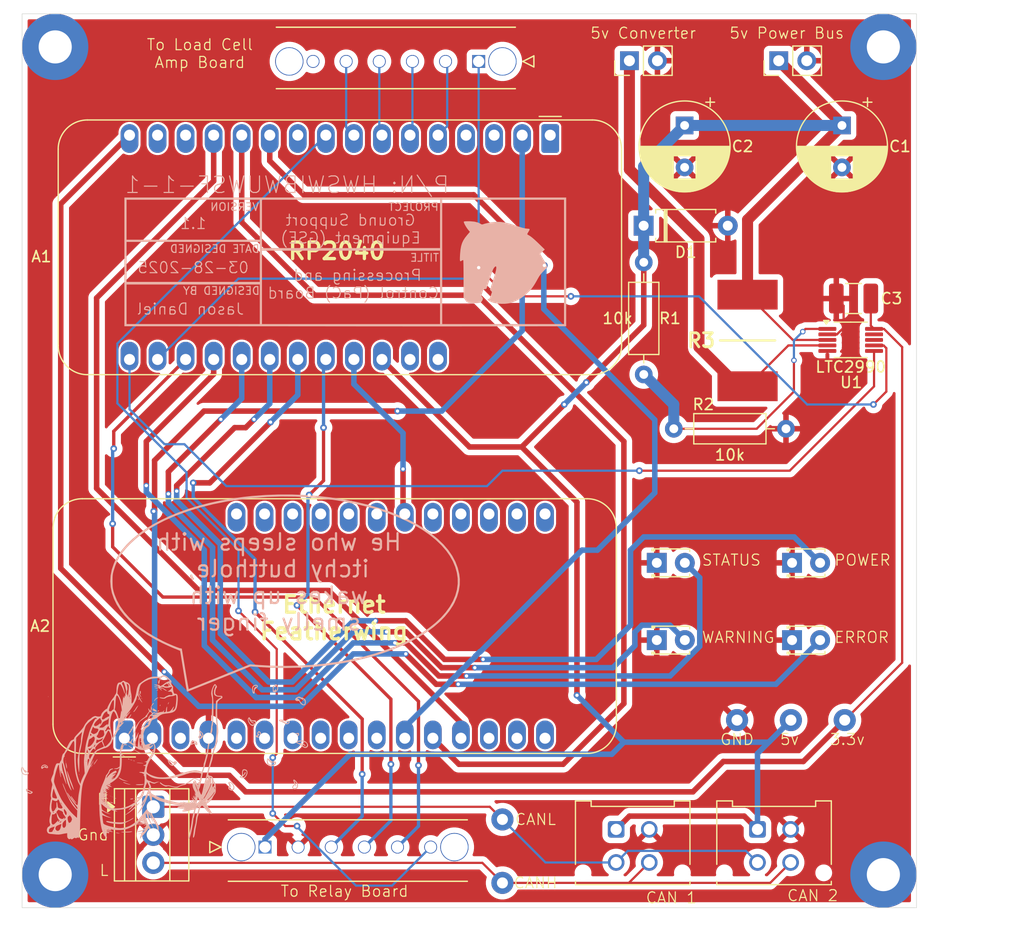
<source format=kicad_pcb>
(kicad_pcb (version 20241229) (generator "pcbnew") (generator_version "9.0")
  (layers (0 "F.Cu" signal) (2 "B.Cu" signal) (13 "F.Paste" user) (15 "B.Paste" user) (5 "F.SilkS" user "F.Silkscreen") (7 "B.SilkS" user "B.Silkscreen") (1 "F.Mask" user) (3 "B.Mask" user) (25 "Edge.Cuts" user))
  (net 0 "")
  (net 1 "Net-(A1-D5)")
  (net 2 "Net-(A1-D9)")
  (net 3 "Net-(A1-D11)")
  (net 6 "Net-(A1-A1)")
  (net 7 "Net-(A1-D24)")
  (net 9 "Net-(A1-3V3)")
  (net 11 "Net-(A1-D13)")
  (net 12 "Net-(A1-A0)")
  (net 13 "Net-(A1-SCL)")
  (net 14 "Net-(A1-SDA)")
  (net 16 "Net-(A1-D4)")
  (net 17 "Net-(A1-D10)")
  (net 19 "Net-(A1-MOSI)")
  (net 20 "Net-(A1-A2)")
  (net 21 "Net-(A1-MISO)")
  (net 22 "Net-(A1-SCK)")
  (net 23 "Net-(A1-D12)")
  (net 24 "Net-(A1-A3)")
  (net 26 "Net-(A1-D6)")
  (net 46 "GND")
  (net 51 "Net-(A1-CANH)")
  (net 52 "Net-(A1-CANL)")
  (net 53 "5v")
  (net 54 "Net-(U1-V1)")
  (net 58 "5v in")
  (footprint "Package_SO:MSOP-10_3x3mm_P0.5mm" (layer "F.Cu") (at 195.5425 77.55)
    (property "Reference" "U1")
    (property "Value" "LTC2990")
  )
  (footprint "Module:Adafruit_Feather" (layer "F.Cu") (at 129.76 113.64 90)
    (property "Reference" "A2")
    (property "Value" "Adafruit_Featherwing_Ethernet")
  )
  (footprint "Connector_Molex:Molex_Micro-Fit_3.0_43650-0619_1x06_P3.00mm_Vertical" (layer "F.Cu") (at 161.85 52.315)
    (property "Reference" "J4" (hide yes))
    (property "Value" "Conn_01x06" (hide yes))
  )
  (footprint "Footprint Fetish:OD_2 ID_1 Circ THT Wire Solder Point" (layer "F.Cu") (at 164 121)
    (property "Reference" "J9" (hide yes))
    (property "Value" "Conn_01x01_Socket" (hide yes))
  )
  (footprint "Connector_PinHeader_2.54mm:PinHeader_1x02_P2.54mm_Vertical" (layer "F.Cu") (at 175.5 52.25 90)
    (property "Reference" "J14" (hide yes))
    (property "Value" "Conn_01x02" (hide yes))
  )
  (footprint "=Custom Holes:M3 Plated Screwhole" (layer "F.Cu") (at 198.5 51)
    (property "Reference" "J13" (hide yes))
    (property "Value" "Conn_01x01_Socket" (hide yes))
  )
  (footprint "Footprint Fetish:OD_2 ID_1 Circ THT Wire Solder Point" (layer "F.Cu") (at 190.125 112)
    (property "Reference" "J5" (hide yes))
    (property "Value" "Conn_01x01_Socket" (hide yes))
  )
  (footprint "=Current Sense Resistors:RESC10052X50N" (layer "F.Cu") (at 186.2 77.6 90)
    (property "Reference" "R3")
    (property "Value" "1m" (hide yes))
  )
  (footprint "LED_THT:LED_D1.8mm_W3.3mm_H2.4mm" (layer "F.Cu") (at 190.23 104.75)
    (property "Reference" "D6" (hide yes))
    (property "Value" "LED")
  )
  (footprint "LED_THT:LED_D1.8mm_W3.3mm_H2.4mm" (layer "F.Cu") (at 190.23 97.75)
    (property "Reference" "D5" (hide yes))
    (property "Value" "LED")
  )
  (footprint "Module:Adafruit_Feather" (layer "F.Cu") (at 168.33 59 -90)
    (property "Reference" "A1")
    (property "Value" "Adafruit_Feather_RP2040_CANBUS")
  )
  (footprint "=Custom Holes:M3 Plated Screwhole" (layer "F.Cu") (at 123.5 126)
    (property "Reference" "J16" (hide yes))
    (property "Value" "Conn_01x01_Socket" (hide yes))
  )
  (footprint "Resistor_THT:R_Axial_DIN0207_L6.3mm_D2.5mm_P10.16mm_Horizontal" (layer "F.Cu") (at 176.8 70.52 -90)
    (property "Reference" "R1")
    (property "Value" "10k")
  )
  (footprint "Resistor_THT:R_Axial_DIN0207_L6.3mm_D2.5mm_P10.16mm_Horizontal" (layer "F.Cu") (at 179.52 85.6)
    (property "Reference" "R2")
    (property "Value" "10k")
  )
  (footprint "Capacitor_THT:CP_Radial_D8.0mm_P3.80mm" (layer "F.Cu") (at 194.75 58.117349 -90)
    (property "Reference" "C1")
    (property "Value" "680uF")
  )
  (footprint "LED_THT:LED_D1.8mm_W3.3mm_H2.4mm" (layer "F.Cu") (at 177.98 104.75)
    (property "Reference" "D4" (hide yes))
    (property "Value" "LED")
  )
  (footprint "Connector_PinHeader_2.54mm:PinHeader_1x02_P2.54mm_Vertical" (layer "F.Cu") (at 189.025 52.25 90)
    (property "Reference" "J15" (hide yes))
    (property "Value" "Conn_01x02" (hide yes))
  )
  (footprint "Footprint Fetish:OD_2 ID_1 Circ THT Wire Solder Point" (layer "F.Cu") (at 195 112)
    (property "Reference" "J11" (hide yes))
    (property "Value" "Conn_01x01_Socket" (hide yes))
  )
  (footprint "TerminalBlock:TerminalBlock_Xinya_XY308-2.54-3P_1x03_P2.54mm_Horizontal" (layer "F.Cu") (at 132.3825 119.855 -90)
    (property "Reference" "J1" (hide yes))
    (property "Value" "Screw_Terminal_01x03")
  )
  (footprint "Connector_Molex:Molex_Micro-Fit_3.0_43045-0412_2x02_P3.00mm_Vertical" (layer "F.Cu") (at 187.1 121.9)
    (property "Reference" "J7" (hide yes))
    (property "Value" "Conn_01x04")
  )
  (footprint "=Custom Holes:M3 Plated Screwhole" (layer "F.Cu") (at 198.5 126)
    (property "Reference" "J5" (hide yes))
    (property "Value" "Conn_01x01_Socket" (hide yes))
  )
  (footprint "=Custom Holes:M3 Plated Screwhole" (layer "F.Cu") (at 123.5 51)
    (property "Reference" "J6" (hide yes))
    (property "Value" "Conn_01x01_Socket" (hide yes))
  )
  (footprint "Footprint Fetish:OD_2 ID_1 Circ THT Wire Solder Point" (layer "F.Cu") (at 164 126.75)
    (property "Reference" "J8" (hide yes))
    (property "Value" "Conn_01x01_Socket" (hide yes))
  )
  (footprint "LED_THT:LED_D1.8mm_W3.3mm_H2.4mm" (layer "F.Cu") (at 177.98 97.75)
    (property "Reference" "D3" (hide yes))
    (property "Value" "LED")
  )
  (footprint "Capacitor_THT:CP_Radial_D8.0mm_P3.80mm" (layer "F.Cu") (at 180.5 58.117349 -90)
    (property "Reference" "C2")
    (property "Value" "680uF")
  )
  (footprint "Diode_THT:D_A-405_P7.62mm_Horizontal" (layer "F.Cu") (at 176.79 67.2)
    (property "Reference" "D1")
    (property "Value" "D")
  )
  (footprint "Capacitor_SMD:C_1210_3225Metric_Pad1.33x2.70mm_HandSolder" (layer "F.Cu") (at 195.8 73.8 180)
    (property "Reference" "C3")
    (property "Value" "0.1uf")
  )
  (footprint "Footprint Fetish:OD_2 ID_1 Circ THT Wire Solder Point" (layer "F.Cu") (at 185.25 112)
    (property "Reference" "J10" (hide yes))
    (property "Value" "Conn_01x01_Socket" (hide yes))
  )
  (footprint "Connector_Molex:Molex_Micro-Fit_3.0_43650-0619_1x06_P3.00mm_Vertical" (layer "F.Cu") (at 142.5 123.505 180)
    (property "Reference" "J3" (hide yes))
    (property "Value" "Conn_01x06" (hide yes))
  )
  (footprint "Connector_Molex:Molex_Micro-Fit_3.0_43045-0412_2x02_P3.00mm_Vertical" (layer "F.Cu") (at 174.3 121.9)
    (property "Reference" "J2" (hide yes))
    (property "Value" "Conn_01x04")
  )
  (footprint "=Graphics:NCR TItle Block 40x11.7mm" (layer "B.Cu") (at 149.75 70.5 180)
    (property "Reference" "G***" (hide yes))
    (property "Value" "LOGO" (hide yes))
  )
  (footprint "=Graphics:Oogway wisdom 40x32" (layer "B.Cu") (at 140.25 107 180)
    (property "Reference" "G***" (hide yes))
    (property "Value" "LOGO" (hide yes))
  )
  (gr_rect (start 120.5 48) (end 201.5 129) (stroke (width 0.05)) (fill no) (layer "Edge.Cuts"))
  (gr_text "STATUS" (at 182 97.5 0) (layer "F.SilkS") (effects (font (size 1 1) (thickness 0.1)) (justify left)))
  (gr_text "RP2040" (at 149 69.5 0) (layer "F.SilkS") (effects (font (size 1.5 1.5) (thickness 0.3) (bold yes))))
  (gr_text "Ethernet\nFeatherwing" (at 148.75 102.75 0) (layer "F.SilkS") (effects (font (size 1.5 1.5) (thickness 0.3) (bold yes))))
  (gr_text "CANL" (at 167 121 0) (layer "F.SilkS") (effects (font (size 1 1) (thickness 0.1))))
  (gr_text "WARNING" (at 182 104.5 0) (layer "F.SilkS") (effects (font (size 1 1) (thickness 0.1)) (justify left)))
  (gr_text "H\n\nGnd\n\nL" (at 128.4 122.395 0) (layer "F.SilkS") (effects (font (size 1 1) (thickness 0.1)) (justify right)))
  (gr_text "CAN 2" (at 192.1 127.9 0) (layer "F.SilkS") (effects (font (size 1 1) (thickness 0.1))))
  (gr_text "To Relay Board" (at 149.7 127.5 0) (layer "F.SilkS") (effects (font (size 1 1) (thickness 0.1))))
  (gr_text "3.3v" (at 195.25 113.75 0) (layer "F.SilkS") (effects (font (size 1 1) (thickness 0.1))))
  (gr_text "5v Power Bus" (at 189.75 49.75 0) (layer "F.SilkS") (effects (font (size 1 1) (thickness 0.1))))
  (gr_text "ERROR" (at 194 104.5 0) (layer "F.SilkS") (effects (font (size 1 1) (thickness 0.1)) (justify left)))
  (gr_text "5v" (at 190 113.75 0) (layer "F.SilkS") (effects (font (size 1 1) (thickness 0.1))))
  (gr_text "POWER" (at 194 97.5 0) (layer "F.SilkS") (effects (font (size 1 1) (thickness 0.1)) (justify left)))
  (gr_text "CAN 1" (at 179.3 128.1 0) (layer "F.SilkS") (effects (font (size 1 1) (thickness 0.1))))
  (gr_text "GND" (at 185.25 113.75 0) (layer "F.SilkS") (effects (font (size 1 1) (thickness 0.1))))
  (gr_text "To Load Cell\nAmp Board" (at 136.6 51.6 0) (layer "F.SilkS") (effects (font (size 1 1) (thickness 0.1))))
  (gr_text "5v Converter" (at 176.75 49.75 0) (layer "F.SilkS") (effects (font (size 1 1) (thickness 0.1))))
  (gr_text "CANH" (at 167 126.75 0) (layer "F.SilkS") (effects (font (size 1 1) (thickness 0.1))))
  (gr_text "Processing and \nControl (PaC) Board" (at 150.5 72.5 0) (layer "B.SilkS") (effects (font (size 1 1) (thickness 0.1)) (justify mirror)))
  (gr_text "1.1" (at 135.994985 67 0) (layer "B.SilkS") (effects (font (size 1 1) (thickness 0.1)) (justify mirror)))
  (gr_text "He who sleeps with\nitchy butthole,\nwakes up with\nsmelly finger" (at 143.75 99.5 0) (layer "B.SilkS") (effects (font (size 1.5 1.5) (thickness 0.2)) (justify mirror)))
  (gr_text "03-28-2025" (at 135.994985 71 0) (layer "B.SilkS") (effects (font (size 1 1) (thickness 0.1)) (justify mirror)))
  (gr_text "P/N: HWSWIBWUWSF-1-1" (at 144.5 63.5 0) (layer "B.SilkS") (effects (font (size 1.5 1.5) (thickness 0.1)) (justify mirror)))
  (gr_text "Ground Support\nEquipment (GSE)" (at 150.25 67.5 0) (layer "B.SilkS") (effects (font (size 1 1) (thickness 0.1)) (justify mirror)))
  (gr_text "Jason Daniel" (at 135.75 74.75 0) (layer "B.SilkS") (effects (font (size 1 1) (thickness 0.1)) (justify mirror)))
  (segment (start 133.251 100.851) (end 128.7 96.3) (width 0.3) (layer "F.Cu") (net 1))
  (segment (start 128.7 96.3) (end 128.7 94.2) (width 0.3) (layer "F.Cu") (net 1))
  (segment (start 156.4 110.3) (end 146.951 100.851) (width 0.3) (layer "F.Cu") (net 1))
  (segment (start 156.4 116.1) (end 156.4 110.3) (width 0.3) (layer "F.Cu") (net 1))
  (segment (start 146.951 100.851) (end 133.251 100.851) (width 0.3) (layer "F.Cu") (net 1))
  (segment (start 128.8 85.83) (end 135.31 79.32) (width 0.3) (layer "F.Cu") (net 1))
  (segment (start 128.8 87.4) (end 128.8 85.83) (width 0.3) (layer "F.Cu") (net 1))
  (via (at 128.8 87.4) (size 0.6) (drill 0.3) (layers "F.Cu" "B.Cu") (net 1))
  (via (at 128.7 94.2) (size 0.6) (drill 0.3) (layers "F.Cu" "B.Cu") (net 1))
  (via (at 156.4 116.1) (size 0.6) (drill 0.3) (layers "F.Cu" "B.Cu") (net 1))
  (segment (start 156.4 121.605) (end 154.5 123.505) (width 0.3) (layer "B.Cu") (net 1))
  (segment (start 128.7 87.5) (end 128.8 87.4) (width 0.3) (layer "B.Cu") (net 1))
  (segment (start 156.4 116.1) (end 156.4 121.605) (width 0.3) (layer "B.Cu") (net 1))
  (segment (start 128.7 94.2) (end 128.7 87.5) (width 0.3) (layer "B.Cu") (net 1))
  (segment (start 153.5 104) (end 155.25 104) (width 0.5) (layer "F.Cu") (net 2))
  (segment (start 138.5 84.75) (end 133.75 89.5) (width 0.5) (layer "F.Cu") (net 2))
  (segment (start 155.25 104) (end 158.5 107.25) (width 0.5) (layer "F.Cu") (net 2))
  (segment (start 158.5 107.25) (end 161.5 107.25) (width 0.5) (layer "F.Cu") (net 2))
  (segment (start 133.75 89.5) (end 133.75 91.5) (width 0.5) (layer "F.Cu") (net 2))
  (via (at 133.75 91.5) (size 0.5) (drill 0.3) (layers "F.Cu" "B.Cu") (net 2))
  (via (at 138.5 84.75) (size 0.5) (drill 0.3) (layers "F.Cu" "B.Cu") (net 2))
  (via (at 153.5 104) (size 0.5) (drill 0.3) (layers "F.Cu" "B.Cu") (net 2))
  (via (at 161.5 107.25) (size 0.5) (drill 0.3) (layers "F.Cu" "B.Cu") (net 2))
  (segment (start 133.75 92.354756) (end 133.75 91.5) (width 0.5) (layer "B.Cu") (net 2))
  (segment (start 179.169 103.399) (end 180.52 104.75) (width 0.5) (layer "B.Cu") (net 2))
  (segment (start 138.5 84.75) (end 140.39 82.86) (width 0.5) (layer "B.Cu") (net 2))
  (segment (start 137.75 96.354756) (end 133.75 92.354756) (width 0.5) (layer "B.Cu") (net 2))
  (segment (start 153.5 104) (end 150.5 104) (width 0.5) (layer "B.Cu") (net 2))
  (segment (start 142.25 109.25) (end 137.75 104.75) (width 0.5) (layer "B.Cu") (net 2))
  (segment (start 137.75 104.75) (end 137.75 96.354756) (width 0.5) (layer "B.Cu") (net 2))
  (segment (start 145.25 109.25) (end 142.25 109.25) (width 0.5) (layer "B.Cu") (net 2))
  (segment (start 176 105.25) (end 176 104.028) (width 0.5) (layer "B.Cu") (net 2))
  (segment (start 140.39 82.86) (end 140.39 79.32) (width 0.5) (layer "B.Cu") (net 2))
  (segment (start 174 107.25) (end 161.5 107.25) (width 0.5) (layer "B.Cu") (net 2))
  (segment (start 176.629 103.399) (end 179.169 103.399) (width 0.5) (layer "B.Cu") (net 2))
  (segment (start 150.5 104) (end 145.25 109.25) (width 0.5) (layer "B.Cu") (net 2))
  (segment (start 176 105.25) (end 174 107.25) (width 0.5) (layer "B.Cu") (net 2))
  (segment (start 176 104.028) (end 176.629 103.399) (width 0.5) (layer "B.Cu") (net 2))
  (segment (start 151.3 116.9) (end 151.3 111.9) (width 0.3) (layer "F.Cu") (net 3))
  (segment (start 136 90.5) (end 137.5 90.5) (width 0.5) (layer "F.Cu") (net 3))
  (segment (start 151.3 111.9) (end 141.6 102.2) (width 0.3) (layer "F.Cu") (net 3))
  (segment (start 137.5 90.5) (end 143 85) (width 0.5) (layer "F.Cu") (net 3))
  (via (at 136 90.5) (size 0.6) (drill 0.3) (layers "F.Cu" "B.Cu") (net 3))
  (via (at 143 85) (size 0.6) (drill 0.3) (layers "F.Cu" "B.Cu") (net 3))
  (via (at 151.3 116.9) (size 0.6) (drill 0.3) (layers "F.Cu" "B.Cu") (net 3))
  (via (at 141.6 102.2) (size 0.6) (drill 0.3) (layers "F.Cu" "B.Cu") (net 3))
  (segment (start 145.47 82.53) (end 145.47 79.32) (width 0.5) (layer "B.Cu") (net 3))
  (segment (start 151.3 120.705) (end 148.5 123.505) (width 0.3) (layer "B.Cu") (net 3))
  (segment (start 141.6 102.2) (end 141.6 97.42776) (width 0.3) (layer "B.Cu") (net 3))
  (segment (start 136 91.82776) (end 136 90.5) (width 0.3) (layer "B.Cu") (net 3))
  (segment (start 151.3 116.9) (end 151.3 120.705) (width 0.3) (layer "B.Cu") (net 3))
  (segment (start 141.6 97.42776) (end 136 91.82776) (width 0.3) (layer "B.Cu") (net 3))
  (segment (start 143 85) (end 145.47 82.53) (width 0.5) (layer "B.Cu") (net 3))
  (segment (start 155.85 58.78) (end 155.63 59) (width 0.2) (layer "B.Cu") (net 6))
  (segment (start 155.85 52.315) (end 155.85 58.78) (width 0.2) (layer "B.Cu") (net 6))
  (segment (start 143.561 115.039) (end 143.561 105.561) (width 0.2) (layer "F.Cu") (net 7))
  (segment (start 143.2 115.4) (end 143.561 115.039) (width 0.2) (layer "F.Cu") (net 7))
  (segment (start 143.561 105.561) (end 140.1 102.1) (width 0.2) (layer "F.Cu") (net 7))
  (segment (start 145.4 121.6) (end 144.345 121.6) (width 0.2) (layer "F.Cu") (net 7))
  (segment (start 144.345 121.6) (end 143.2 120.455) (width 0.2) (layer "F.Cu") (net 7))
  (via (at 145.4 121.6) (size 0.6) (drill 0.3) (layers "F.Cu" "B.Cu") (net 7))
  (via (at 143.2 120.455) (size 0.6) (drill 0.3) (layers "F.Cu" "B.Cu") (net 7))
  (via (at 140.1 102.1) (size 0.6) (drill 0.3) (layers "F.Cu" "B.Cu") (net 7))
  (via (at 143.2 115.4) (size 0.6) (drill 0.3) (layers "F.Cu" "B.Cu") (net 7))
  (segment (start 150.742006 127) (end 145.4 121.657994) (width 0.2) (layer "B.Cu") (net 7))
  (segment (start 140.1 96.56557) (end 135.399 91.86457) (width 0.2) (layer "B.Cu") (net 7))
  (segment (start 157.5 123.505) (end 154.005 127) (width 0.2) (layer "B.Cu") (net 7))
  (segment (start 135.399 89.5661) (end 129.129 83.2961) (width 0.2) (layer "B.Cu") (net 7))
  (segment (start 143.2 120.455) (end 143.2 115.4) (width 0.2) (layer "B.Cu") (net 7))
  (segment (start 140.1 102.1) (end 140.1 96.56557) (width 0.2) (layer "B.Cu") (net 7))
  (segment (start 129.129 83.2961) (end 129.129 77.881) (width 0.2) (layer "B.Cu") (net 7))
  (segment (start 129.129 77.881) (end 148.01 59) (width 0.2) (layer "B.Cu") (net 7))
  (segment (start 135.399 91.86457) (end 135.399 89.5661) (width 0.2) (layer "B.Cu") (net 7))
  (segment (start 145.4 121.657994) (end 145.4 121.6) (width 0.2) (layer "B.Cu") (net 7))
  (segment (start 154.005 127) (end 150.742006 127) (width 0.2) (layer "B.Cu") (net 7))
  (segment (start 191.25 115.75) (end 184 115.75) (width 0.5) (layer "F.Cu") (net 9))
  (segment (start 154.5 84) (end 136.969947 84) (width 0.5) (layer "F.Cu") (net 9))
  (segment (start 132.5 93) (end 132.421609 93.078391) (width 0.5) (layer "F.Cu") (net 9))
  (segment (start 197.3625 76.2575) (end 197.3625 73.8) (width 0.2) (layer "F.Cu") (net 9))
  (segment (start 132.3 114.55) (end 132.3 113.64) (width 0.5) (layer "F.Cu") (net 9))
  (segment (start 139.25 117) (end 134.75 117) (width 0.5) (layer "F.Cu") (net 9))
  (segment (start 134.75 117) (end 132.3 114.55) (width 0.5) (layer "F.Cu") (net 9))
  (segment (start 200.201 78.201) (end 200.201 106.799) (width 0.2) (layer "F.Cu") (net 9))
  (segment (start 198.55 76.55) (end 200.201 78.201) (width 0.2) (layer "F.Cu") (net 9))
  (segment (start 140.75 118.5) (end 139.25 117) (width 0.5) (layer "F.Cu") (net 9))
  (segment (start 132.5 88.469947) (end 132.5 93) (width 0.5) (layer "F.Cu") (net 9))
  (segment (start 195 112) (end 191.25 115.75) (width 0.5) (layer "F.Cu") (net 9))
  (segment (start 197.655 76.55) (end 198.55 76.55) (width 0.2) (layer "F.Cu") (net 9))
  (segment (start 181.25 118.5) (end 140.75 118.5) (width 0.5) (layer "F.Cu") (net 9))
  (segment (start 184 115.75) (end 181.25 118.5) (width 0.5) (layer "F.Cu") (net 9))
  (segment (start 136.969947 84) (end 132.5 88.469947) (width 0.5) (layer "F.Cu") (net 9))
  (segment (start 197.655 76.55) (end 197.3625 76.2575) (width 0.2) (layer "F.Cu") (net 9))
  (segment (start 200.201 106.799) (end 195 112) (width 0.2) (layer "F.Cu") (net 9))
  (via (at 132.421609 93.078391) (size 0.6) (drill 0.3) (layers "F.Cu" "B.Cu") (net 9))
  (via (at 154.5 84) (size 0.6) (drill 0.3) (layers "F.Cu" "B.Cu") (net 9))
  (segment (start 132.5 93.156782) (end 132.5 113.44) (width 0.5) (layer "B.Cu") (net 9))
  (segment (start 158.5 84) (end 165.79 76.71) (width 0.5) (layer "B.Cu") (net 9))
  (segment (start 132.421609 93.078391) (end 132.5 93.156782) (width 0.5) (layer "B.Cu") (net 9))
  (segment (start 132.5 113.44) (end 132.3 113.64) (width 0.5) (layer "B.Cu") (net 9))
  (segment (start 154.5 84) (end 158.5 84) (width 0.5) (layer "B.Cu") (net 9))
  (segment (start 165.79 76.71) (end 165.79 59) (width 0.5) (layer "B.Cu") (net 9))
  (segment (start 155 89.25) (end 155 93.16) (width 0.5) (layer "F.Cu") (net 11))
  (segment (start 155 93.16) (end 155.16 93.32) (width 0.5) (layer "F.Cu") (net 11))
  (via (at 155 89.25) (size 0.5) (drill 0.3) (layers "F.Cu" "B.Cu") (net 11))
  (segment (start 150.55 81.55) (end 150.55 79.32) (width 0.5) (layer "B.Cu") (net 11))
  (segment (start 155 89.25) (end 155 86) (width 0.5) (layer "B.Cu") (net 11))
  (segment (start 155 86) (end 150.55 81.55) (width 0.5) (layer "B.Cu") (net 11))
  (segment (start 159 52.465) (end 159 58.17) (width 0.2) (layer "B.Cu") (net 12))
  (segment (start 159 58.17) (end 158.17 59) (width 0.2) (layer "B.Cu") (net 12))
  (segment (start 158.85 52.315) (end 159 52.465) (width 0.2) (layer "B.Cu") (net 12))
  (segment (start 170.2 73.6) (end 164.45 73.6) (width 0.2) (layer "F.Cu") (net 13))
  (segment (start 198.519348 78.05) (end 197.655 78.05) (width 0.2) (layer "F.Cu") (net 13))
  (segment (start 198.7685 78.299152) (end 198.519348 78.05) (width 0.2) (layer "F.Cu") (net 13))
  (segment (start 197.6 83.4) (end 198.7685 82.2315) (width 0.2) (layer "F.Cu") (net 13))
  (segment (start 198.7685 82.2315) (end 198.7685 78.299152) (width 0.2) (layer "F.Cu") (net 13))
  (segment (start 164.45 73.6) (end 161.85 71) (width 0.2) (layer "F.Cu") (net 13))
  (via (at 170.2 73.6) (size 0.6) (drill 0.3) (layers "F.Cu" "B.Cu") (net 13))
  (via (at 197.6 83.4) (size 0.6) (drill 0.3) (layers "F.Cu" "B.Cu") (net 13))
  (via (at 161.85 71) (size 0.6) (drill 0.3) (layers "F.Cu" "B.Cu") (net 13))
  (segment (start 161.85 71) (end 161.8 71) (width 0.2) (layer "B.Cu") (net 13))
  (segment (start 161.85 52.315) (end 161.85 71) (width 0.2) (layer "B.Cu") (net 13))
  (segment (start 197.6 83.4) (end 191.6 83.4) (width 0.2) (layer "B.Cu") (net 13))
  (segment (start 161.8 71) (end 160.8 72) (width 0.2) (layer "B.Cu") (net 13))
  (segment (start 181.8 73.6) (end 170.2 73.6) (width 0.2) (layer "B.Cu") (net 13))
  (segment (start 140.09 72) (end 132.77 79.32) (width 0.2) (layer "B.Cu") (net 13))
  (segment (start 160.8 72) (end 140.09 72) (width 0.2) (layer "B.Cu") (net 13))
  (segment (start 191.6 83.4) (end 181.8 73.6) (width 0.2) (layer "B.Cu") (net 13))
  (segment (start 197.655 81.7625) (end 197.655 78.55) (width 0.2) (layer "F.Cu") (net 14))
  (segment (start 190.0175 89.4) (end 176.4 89.4) (width 0.2) (layer "F.Cu") (net 14))
  (segment (start 190.0175 89.4) (end 197.655 81.7625) (width 0.2) (layer "F.Cu") (net 14))
  (via (at 176.4 89.4) (size 0.6) (drill 0.3) (layers "F.Cu" "B.Cu") (net 14))
  (segment (start 135.2 87) (end 133.4 87) (width 0.2) (layer "B.Cu") (net 14))
  (segment (start 164 89.4) (end 162.6 90.8) (width 0.2) (layer "B.Cu") (net 14))
  (segment (start 139 90.8) (end 135.2 87) (width 0.2) (layer "B.Cu") (net 14))
  (segment (start 130.23 83.83) (end 130.23 79.32) (width 0.2) (layer "B.Cu") (net 14))
  (segment (start 133.4 87) (end 130.23 83.83) (width 0.2) (layer "B.Cu") (net 14))
  (segment (start 162.6 90.8) (end 139 90.8) (width 0.2) (layer "B.Cu") (net 14))
  (segment (start 176.4 89.4) (end 164 89.4) (width 0.2) (layer "B.Cu") (net 14))
  (segment (start 160 108.75) (end 158 108.75) (width 0.5) (layer "F.Cu") (net 16))
  (segment (start 124 65.23) (end 130.23 59) (width 0.5) (layer "F.Cu") (net 16))
  (segment (start 158 108.75) (end 155.25 106) (width 0.5) (layer "F.Cu") (net 16))
  (segment (start 133.375 107.625) (end 124 98.25) (width 0.5) (layer "F.Cu") (net 16))
  (segment (start 124 98.25) (end 124 65.23) (width 0.5) (layer "F.Cu") (net 16))
  (via (at 133.375 107.625) (size 0.5) (drill 0.3) (layers "F.Cu" "B.Cu") (net 16))
  (via (at 155.25 106) (size 0.5) (drill 0.3) (layers "F.Cu" "B.Cu") (net 16))
  (via (at 160 108.75) (size 0.5) (drill 0.3) (layers "F.Cu" "B.Cu") (net 16))
  (segment (start 150.5 106) (end 155.25 106) (width 0.5) (layer "B.Cu") (net 16))
  (segment (start 145.75 110.75) (end 150.5 106) (width 0.5) (layer "B.Cu") (net 16))
  (segment (start 133.375 107.625) (end 136.5 110.75) (width 0.5) (layer "B.Cu") (net 16))
  (segment (start 136.5 110.75) (end 145.75 110.75) (width 0.5) (layer "B.Cu") (net 16))
  (segment (start 188.77 108.75) (end 192.77 104.75) (width 0.5) (layer "B.Cu") (net 16))
  (segment (start 160 108.75) (end 188.77 108.75) (width 0.5) (layer "B.Cu") (net 16))
  (segment (start 155.25 103) (end 158.75 106.5) (width 0.5) (layer "F.Cu") (net 17))
  (segment (start 139.75 85.5) (end 140.75 85.5) (width 0.5) (layer "F.Cu") (net 17))
  (segment (start 134.5 90.75) (end 139.75 85.5) (width 0.5) (layer "F.Cu") (net 17))
  (segment (start 158.75 106.5) (end 162.25 106.5) (width 0.5) (layer "F.Cu") (net 17))
  (segment (start 140.75 85.5) (end 141.5 84.75) (width 0.5) (layer "F.Cu") (net 17))
  (segment (start 134.5 91.25) (end 134.5 90.75) (width 0.5) (layer "F.Cu") (net 17))
  (segment (start 152.5 103) (end 155.25 103) (width 0.5) (layer "F.Cu") (net 17))
  (via (at 162.25 106.5) (size 0.5) (drill 0.3) (layers "F.Cu" "B.Cu") (net 17))
  (via (at 152.5 103) (size 0.5) (drill 0.3) (layers "F.Cu" "B.Cu") (net 17))
  (via (at 134.5 91.25) (size 0.5) (drill 0.3) (layers "F.Cu" "B.Cu") (net 17))
  (via (at 141.5 84.75) (size 0.5) (drill 0.3) (layers "F.Cu" "B.Cu") (net 17))
  (segment (start 175.6 103.4) (end 175.6 96.6) (width 0.5) (layer "B.Cu") (net 17))
  (segment (start 175.6 96.6) (end 176.8 95.4) (width 0.5) (layer "B.Cu") (net 17))
  (segment (start 176.8 95.4) (end 190.42 95.4) (width 0.5) (layer "B.Cu") (net 17))
  (segment (start 134.5 92.015392) (end 134.5 91.25) (width 0.5) (layer "B.Cu") (net 17))
  (segment (start 138.451 104.162549) (end 138.451 96.064392) (width 0.5) (layer "B.Cu") (net 17))
  (segment (start 190.42 95.4) (end 192.77 97.75) (width 0.5) (layer "B.Cu") (net 17))
  (segment (start 152.5 103) (end 150.508636 103) (width 0.5) (layer "B.Cu") (net 17))
  (segment (start 142.93 83.32) (end 142.93 79.32) (width 0.5) (layer "B.Cu") (net 17))
  (segment (start 150.508636 103) (end 144.959636 108.549) (width 0.5) (layer "B.Cu") (net 17))
  (segment (start 141.5 84.75) (end 142.93 83.32) (width 0.5) (layer "B.Cu") (net 17))
  (segment (start 162.25 106.5) (end 172.5 106.5) (width 0.5) (layer "B.Cu") (net 17))
  (segment (start 142.837451 108.549) (end 138.451 104.162549) (width 0.5) (layer "B.Cu") (net 17))
  (segment (start 172.5 106.5) (end 175.6 103.4) (width 0.5) (layer "B.Cu") (net 17))
  (segment (start 144.959636 108.549) (end 142.837451 108.549) (width 0.5) (layer "B.Cu") (net 17))
  (segment (start 138.451 96.064392) (end 134.451 92.064392) (width 0.5) (layer "B.Cu") (net 17))
  (segment (start 134.451 92.064392) (end 134.5 92.015392) (width 0.5) (layer "B.Cu") (net 17))
  (segment (start 175 86.75) (end 175 110.5) (width 0.5) (layer "F.Cu") (net 19))
  (segment (start 140.39 66.89) (end 147 73.5) (width 0.5) (layer "F.Cu") (net 19))
  (segment (start 147 73.5) (end 161.75 73.5) (width 0.5) (layer "F.Cu") (net 19))
  (segment (start 169.5 116) (end 160.06 116) (width 0.5) (layer "F.Cu") (net 19))
  (segment (start 160.06 116) (end 157.7 113.64) (width 0.5) (layer "F.Cu") (net 19))
  (segment (start 140.39 59) (end 140.39 66.89) (width 0.5) (layer "F.Cu") (net 19))
  (segment (start 161.75 73.5) (end 175 86.75) (width 0.5) (layer "F.Cu") (net 19))
  (segment (start 175 110.5) (end 169.5 116) (width 0.5) (layer "F.Cu") (net 19))
  (segment (start 152.85 52.315) (end 152.85 58.76) (width 0.2) (layer "B.Cu") (net 20))
  (segment (start 152.85 58.76) (end 153.09 59) (width 0.2) (layer "B.Cu") (net 20))
  (segment (start 148.25 100.25) (end 160.24 112.24) (width 0.5) (layer "F.Cu") (net 21))
  (segment (start 127.25 91) (end 136.5 100.25) (width 0.5) (layer "F.Cu") (net 21))
  (segment (start 127.25 73.75) (end 127.25 91) (width 0.5) (layer "F.Cu") (net 21))
  (segment (start 137.85 59) (end 137.85 63.15) (width 0.5) (layer "F.Cu") (net 21))
  (segment (start 136.5 100.25) (end 148.25 100.25) (width 0.5) (layer "F.Cu") (net 21))
  (segment (start 160.24 112.24) (end 160.24 113.64) (width 0.5) (layer "F.Cu") (net 21))
  (segment (start 137.85 63.15) (end 127.25 73.75) (width 0.5) (layer "F.Cu") (net 21))
  (segment (start 146 64.4) (end 142.93 61.33) (width 0.5) (layer "F.Cu") (net 22))
  (segment (start 142.93 61.33) (end 142.93 59) (width 0.5) (layer "F.Cu") (net 22))
  (segment (start 161.4 64.4) (end 146 64.4) (width 0.5) (layer "F.Cu") (net 22))
  (segment (start 167.8 70.8) (end 161.4 64.4) (width 0.5) (layer "F.Cu") (net 22))
  (via (at 167.8 70.8) (size 0.6) (drill 0.3) (layers "F.Cu" "B.Cu") (net 22))
  (segment (start 167.749 74.749) (end 167.749 70.851) (width 0.5) (layer "B.Cu") (net 22))
  (segment (start 161.549 106.209636) (end 161.959636 105.799) (width 0.5) (layer "B.Cu") (net 22))
  (segment (start 155.16 113.64) (end 155.16 112.64) (width 0.5) (layer "B.Cu") (net 22))
  (segment (start 159.709636 108.049) (end 159.751 108.049) (width 0.5) (layer "B.Cu") (net 22))
  (segment (start 167.749 70.851) (end 167.8 70.8) (width 0.5) (layer "B.Cu") (net 22))
  (segment (start 177.8 91.4) (end 177.8 84.8) (width 0.5) (layer "B.Cu") (net 22))
  (segment (start 160.049 107.709636) (end 160.459636 107.299) (width 0.5) (layer "B.Cu") (net 22))
  (segment (start 161.549 106.251) (end 161.549 106.209636) (width 0.5) (layer "B.Cu") (net 22))
  (segment (start 160.459636 107.299) (end 160.501 107.299) (width 0.5) (layer "B.Cu") (net 22))
  (segment (start 155.16 112.64) (end 159.299 108.501) (width 0.5) (layer "B.Cu") (net 22))
  (segment (start 161.251 106.549) (end 161.549 106.251) (width 0.5) (layer "B.Cu") (net 22))
  (segment (start 160.049 107.751) (end 160.049 107.709636) (width 0.5) (layer "B.Cu") (net 22))
  (segment (start 159.299 108.459636) (end 159.709636 108.049) (width 0.5) (layer "B.Cu") (net 22))
  (segment (start 160.799 106.959636) (end 161.209636 106.549) (width 0.5) (layer "B.Cu") (net 22))
  (segment (start 160.799 107.001) (end 160.799 106.959636) (width 0.5) (layer "B.Cu") (net 22))
  (segment (start 159.299 108.501) (end 159.299 108.459636) (width 0.5) (layer "B.Cu") (net 22))
  (segment (start 159.751 108.049) (end 160.049 107.751) (width 0.5) (layer "B.Cu") (net 22))
  (segment (start 177.8 84.8) (end 167.749 74.749) (width 0.5) (layer "B.Cu") (net 22))
  (segment (start 172.6 96.6) (end 177.8 91.4) (width 0.5) (layer "B.Cu") (net 22))
  (segment (start 162.001 105.799) (end 171.2 96.6) (width 0.5) (layer "B.Cu") (net 22))
  (segment (start 171.2 96.6) (end 172.6 96.6) (width 0.5) (layer "B.Cu") (net 22))
  (segment (start 161.959636 105.799) (end 162.001 105.799) (width 0.5) (layer "B.Cu") (net 22))
  (segment (start 160.501 107.299) (end 160.799 107.001) (width 0.5) (layer "B.Cu") (net 22))
  (segment (start 161.209636 106.549) (end 161.251 106.549) (width 0.5) (layer "B.Cu") (net 22))
  (segment (start 146.5 91.6) (end 147.8 90.3) (width 0.3) (layer "F.Cu") (net 23))
  (segment (start 153.9 116) (end 153.9 110.1) (width 0.3) (layer "F.Cu") (net 23))
  (segment (start 153.9 110.1) (end 145.4 101.6) (width 0.3) (layer "F.Cu") (net 23))
  (segment (start 147.8 90.3) (end 147.8 85.5) (width 0.3) (layer "F.Cu") (net 23))
  (via (at 147.8 85.5) (size 0.6) (drill 0.3) (layers "F.Cu" "B.Cu") (net 23))
  (via (at 146.5 91.6) (size 0.6) (drill 0.3) (layers "F.Cu" "B.Cu") (net 23))
  (via (at 153.9 116) (size 0.6) (drill 0.3) (layers "F.Cu" "B.Cu") (net 23))
  (via (at 145.4 101.6) (size 0.6) (drill 0.3) (layers "F.Cu" "B.Cu") (net 23))
  (segment (start 153.9 121.105) (end 151.5 123.505) (width 0.3) (layer "B.Cu") (net 23))
  (segment (start 146.389 91.711) (end 146.5 91.6) (width 0.3) (layer "B.Cu") (net 23))
  (segment (start 147.8 85.5) (end 147.8 79.53) (width 0.3) (layer "B.Cu") (net 23))
  (segment (start 145.4 101.6) (end 146.389 100.611) (width 0.3) (layer "B.Cu") (net 23))
  (segment (start 147.8 79.53) (end 148.01 79.32) (width 0.3) (layer "B.Cu") (net 23))
  (segment (start 146.389 100.611) (end 146.389 91.711) (width 0.3) (layer "B.Cu") (net 23))
  (segment (start 153.9 116) (end 153.9 121.105) (width 0.3) (layer "B.Cu") (net 23))
  (segment (start 149.85 58.3) (end 150.55 59) (width 0.2) (layer "B.Cu") (net 24))
  (segment (start 149.85 52.315) (end 149.85 58.3) (width 0.2) (layer "B.Cu") (net 24))
  (segment (start 137.85 80.65) (end 137.85 79.32) (width 0.5) (layer "F.Cu") (net 26))
  (segment (start 155.25 105) (end 158.25 108) (width 0.5) (layer "F.Cu") (net 26))
  (segment (start 154.25 105) (end 155.25 105) (width 0.5) (layer "F.Cu") (net 26))
  (segment (start 158.25 108) (end 160.75 108) (width 0.5) (layer "F.Cu") (net 26))
  (segment (start 131.75 86.75) (end 137.85 80.65) (width 0.5) (layer "F.Cu") (net 26))
  (segment (start 131.75 90.75) (end 131.75 86.75) (width 0.5) (layer "F.Cu") (net 26))
  (via (at 160.75 108) (size 0.5) (drill 0.3) (layers "F.Cu" "B.Cu") (net 26))
  (via (at 131.75 90.75) (size 0.5) (drill 0.3) (layers "F.Cu" "B.Cu") (net 26))
  (via (at 154.25 105) (size 0.5) (drill 0.3) (layers "F.Cu" "B.Cu") (net 26))
  (segment (start 154.25 105) (end 150.5 105) (width 0.5) (layer "B.Cu") (net 26))
  (segment (start 150.5 105) (end 148.5 107) (width 0.5) (layer "B.Cu") (net 26))
  (segment (start 160.75 108) (end 179.180603 108) (width 0.5) (layer "B.Cu") (net 26))
  (segment (start 181.871 99.101) (end 180.52 97.75) (width 0.5) (layer "B.Cu") (net 26))
  (segment (start 179.180603 108) (end 181.871 105.309603) (width 0.5) (layer "B.Cu") (net 26))
  (segment (start 181.871 105.309603) (end 181.871 99.101) (width 0.5) (layer "B.Cu") (net 26))
  (segment (start 131.75 91.34612) (end 131.75 90.75) (width 0.5) (layer "B.Cu") (net 26))
  (segment (start 148.5 107) (end 148.491364 107) (width 0.5) (layer "B.Cu") (net 26))
  (segment (start 148.491364 107) (end 145.540364 109.951) (width 0.5) (layer "B.Cu") (net 26))
  (segment (start 137 105.25) (end 137 96.59612) (width 0.5) (layer "B.Cu") (net 26))
  (segment (start 137 96.59612) (end 131.75 91.34612) (width 0.5) (layer "B.Cu") (net 26))
  (segment (start 145.540364 109.951) (end 141.701 109.951) (width 0.5) (layer "B.Cu") (net 26))
  (segment (start 141.701 109.951) (end 137 105.25) (width 0.5) (layer "B.Cu") (net 26))
  (segment (start 194.9 76.444348) (end 194.9 74.4625) (width 0.2) (layer "F.Cu") (net 46))
  (segment (start 193.43 77.05) (end 194.294348 77.05) (width 0.2) (layer "F.Cu") (net 46))
  (segment (start 194.9 74.4625) (end 194.2375 73.8) (width 0.2) (layer "F.Cu") (net 46))
  (segment (start 194.294348 77.05) (end 194.9 76.444348) (width 0.2) (layer "F.Cu") (net 46))
  (segment (start 164 121) (end 162.855 119.855) (width 0.2) (layer "F.Cu") (net 51))
  (segment (start 162.855 119.855) (end 132.3825 119.855) (width 0.2) (layer "F.Cu") (net 51))
  (segment (start 167.9 124.9) (end 164 121) (width 0.2) (layer "B.Cu") (net 51))
  (segment (start 186.049 123.849) (end 187.1 124.9) (width 0.2) (layer "B.Cu") (net 51))
  (segment (start 175.351 123.849) (end 186.049 123.849) (width 0.2) (layer "B.Cu") (net 51))
  (segment (start 174.3 124.9) (end 167.9 124.9) (width 0.2) (layer "B.Cu") (net 51))
  (segment (start 174.3 124.9) (end 175.351 123.849) (width 0.2) (layer "B.Cu") (net 51))
  (segment (start 190.1 124.9) (end 188.25 126.75) (width 0.2) (layer "F.Cu") (net 52))
  (segment (start 177.3 124.9) (end 175.45 126.75) (width 0.2) (layer "F.Cu") (net 52))
  (segment (start 162.185 124.935) (end 132.3825 124.935) (width 0.2) (layer "F.Cu") (net 52))
  (segment (start 164 126.75) (end 162.185 124.935) (width 0.2) (layer "F.Cu") (net 52))
  (segment (start 188.25 126.75) (end 175.45 126.75) (width 0.2) (layer "F.Cu") (net 52))
  (segment (start 175.45 126.75) (end 164 126.75) (width 0.2) (layer "F.Cu") (net 52))
  (segment (start 181.8 78.2) (end 185.35 81.75) (width 1) (layer "F.Cu") (net 53))
  (segment (start 194.75 58.117349) (end 194.75 57.975) (width 1) (layer "F.Cu") (net 53))
  (segment (start 190.3 77.55) (end 186.2 73.45) (width 0.2) (layer "F.Cu") (net 53))
  (segment (start 194.75 57.975) (end 189.025 52.25) (width 1) (layer "F.Cu") (net 53))
  (segment (start 185.9 120.7) (end 187.1 121.9) (width 0.5) (layer "F.Cu") (net 53))
  (segment (start 185.35 81.75) (end 186.2 81.75) (width 1) (layer "F.Cu") (net 53))
  (segment (start 186.2 73.45) (end 186.2 66.667349) (width 1) (layer "F.Cu") (net 53))
  (segment (start 171.6 81.4) (end 176.8 76.2) (width 0.5) (layer "F.Cu") (net 53))
  (segment (start 175.5 62.1) (end 181.8 68.4) (width 1) (layer "F.Cu") (net 53))
  (segment (start 170.75 92.25) (end 165.75 87.25) (width 0.5) (layer "F.Cu") (net 53))
  (segment (start 174.3 121.9) (end 175.5 120.7) (width 0.5) (layer "F.Cu") (net 53))
  (segment (start 175.5 52.25) (end 175.5 62.1) (width 1) (layer "F.Cu") (net 53))
  (segment (start 161.02 87.25) (end 153.09 79.32) (width 0.5) (layer "F.Cu") (net 53))
  (segment (start 165.75 87.25) (end 161.02 87.25) (width 0.5) (layer "F.Cu") (net 53))
  (segment (start 189.9 78.05) (end 186.2 81.75) (width 0.2) (layer "F.Cu") (net 53))
  (segment (start 176.8 76.2) (end 176.8 70.52) (width 0.5) (layer "F.Cu") (net 53))
  (segment (start 165.75 87.25) (end 169.6 83.4) (width 0.5) (layer "F.Cu") (net 53))
  (segment (start 170.75 109.75) (end 170.75 92.25) (width 0.5) (layer "F.Cu") (net 53))
  (segment (start 193.43 78.05) (end 189.9 78.05) (width 0.2) (layer "F.Cu") (net 53))
  (segment (start 175.5 120.7) (end 185.9 120.7) (width 0.5) (layer "F.Cu") (net 53))
  (segment (start 186.2 66.667349) (end 194.75 58.117349) (width 1) (layer "F.Cu") (net 53))
  (segment (start 181.8 68.4) (end 181.8 78.2) (width 1) (layer "F.Cu") (net 53))
  (segment (start 193.43 77.55) (end 190.3 77.55) (width 0.2) (layer "F.Cu") (net 53))
  (via (at 171.6 81.4) (size 0.6) (drill 0.3) (layers "F.Cu" "B.Cu") (net 53))
  (via (at 170.75 109.75) (size 0.6) (drill 0.3) (layers "F.Cu" "B.Cu") (net 53))
  (via (at 169.6 83.4) (size 0.6) (drill 0.3) (layers "F.Cu" "B.Cu") (net 53))
  (segment (start 170.75 109.75) (end 175 114) (width 0.5) (layer "B.Cu") (net 53))
  (segment (start 187.1 121.9) (end 187.1 115.025) (width 0.5) (layer "B.Cu") (net 53))
  (segment (start 180.5 58.117349) (end 176.79 61.827349) (width 1) (layer "B.Cu") (net 53))
  (segment (start 194.75 58.117349) (end 180.5 58.117349) (width 1) (layer "B.Cu") (net 53))
  (segment (start 176.79 67.2) (end 176.79 70.51) (width 1) (layer "B.Cu") (net 53))
  (segment (start 188.125 114) (end 190.125 112) (width 0.5) (layer "B.Cu") (net 53))
  (segment (start 187.1 115.025) (end 190.125 112) (width 0.5) (layer "B.Cu") (net 53))
  (segment (start 169.6 83.4) (end 171.6 81.4) (width 0.5) (layer "B.Cu") (net 53))
  (segment (start 176.79 70.51) (end 176.8 70.52) (width 1) (layer "B.Cu") (net 53))
  (segment (start 142.5 122.8) (end 142.5 123.505) (width 0.5) (layer "B.Cu") (net 53))
  (segment (start 173.909 115.091) (end 175 114) (width 0.5) (layer "B.Cu") (net 53))
  (segment (start 176.79 61.827349) (end 176.79 67.2) (width 1) (layer "B.Cu") (net 53))
  (segment (start 150.209 115.091) (end 142.5 122.8) (width 0.5) (layer "B.Cu") (net 53))
  (segment (start 150.209 115.091) (end 173.909 115.091) (width 0.5) (layer "B.Cu") (net 53))
  (segment (start 175 114) (end 188.125 114) (width 0.5) (layer "B.Cu") (net 53))
  (segment (start 179.52 85.6) (end 187.027 85.6) (width 0.2) (layer "F.Cu") (net 54))
  (segment (start 190.4 82.227) (end 190.4 79.4) (width 0.2) (layer "F.Cu") (net 54))
  (segment (start 191.2 76.8) (end 191.45 76.55) (width 0.2) (layer "F.Cu") (net 54))
  (segment (start 187.027 85.6) (end 190.4 82.227) (width 0.2) (layer "F.Cu") (net 54))
  (segment (start 191.45 76.55) (end 193.43 76.55) (width 0.2) (layer "F.Cu") (net 54))
  (via (at 191.2 76.8) (size 0.5) (drill 0.3) (layers "F.Cu" "B.Cu") (net 54))
  (via (at 190.4 79.4) (size 0.5) (drill 0.3) (layers "F.Cu" "B.Cu") (net 54))
  (segment (start 176.8 80.68) (end 179.52 83.4) (width 1) (layer "B.Cu") (net 54))
  (segment (start 190.4 77.6) (end 191.2 76.8) (width 0.2) (layer "B.Cu") (net 54))
  (segment (start 179.52 83.4) (end 179.52 85.6) (width 1) (layer "B.Cu") (net 54))
  (segment (start 190.4 79.4) (end 190.4 77.6) (width 0.2) (layer "B.Cu") (net 54))
  (zone (net 46) (net_name "GND") (layer "F.Cu") (connect_pads (clearance 0.5)) (min_thickness 0.25) (fill yes (thermal_gap 0.5) (thermal_bridge_width 0.5))
    (polygon (pts (xy 211.25 46.75) (xy 118.5 46.75) (xy 118.5 130.25) (xy 211.25 130.25)))
  )
)
</source>
